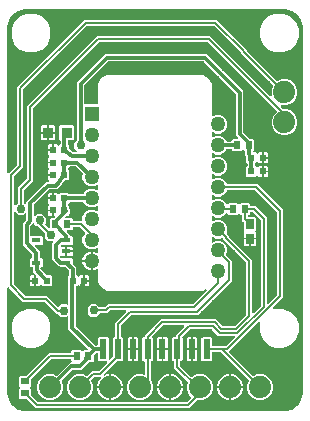
<source format=gbr>
G04 EAGLE Gerber RS-274X export*
G75*
%MOMM*%
%FSLAX34Y34*%
%LPD*%
%INTop Copper*%
%IPPOS*%
%AMOC8*
5,1,8,0,0,1.08239X$1,22.5*%
G01*
G04 Define Apertures*
%ADD10R,0.920900X0.970200*%
%ADD11R,0.560000X0.629100*%
%ADD12C,1.879600*%
%ADD13R,0.600000X0.700000*%
%ADD14R,1.270000X1.270000*%
%ADD15C,1.270000*%
%ADD16R,0.800100X0.457200*%
%ADD17R,0.600000X1.700000*%
%ADD18R,1.000000X2.800000*%
%ADD19R,0.740000X0.925000*%
%ADD20R,0.700000X0.600000*%
%ADD21C,0.304800*%
%ADD22C,0.756400*%
%ADD23C,0.203200*%
%ADD24C,0.200000*%
G36*
X110149Y-194985D02*
X110000Y-195000D01*
X-110000Y-195000D01*
X-110149Y-194985D01*
X-115597Y-193902D01*
X-115872Y-193788D01*
X-120491Y-190701D01*
X-120701Y-190491D01*
X-123788Y-185872D01*
X-123902Y-185597D01*
X-124985Y-180149D01*
X-125000Y-180000D01*
X-125000Y-91027D01*
X-124953Y-90764D01*
X-124794Y-90505D01*
X-124546Y-90330D01*
X-124250Y-90265D01*
X-123952Y-90321D01*
X-123699Y-90488D01*
X-111671Y-102516D01*
X-93902Y-102516D01*
X-93616Y-102572D01*
X-93363Y-102739D01*
X-83562Y-112540D01*
X-82407Y-112540D01*
X-82121Y-112596D01*
X-81869Y-112763D01*
X-79326Y-115306D01*
X-74930Y-115306D01*
X-74647Y-115023D01*
X-74427Y-114870D01*
X-74132Y-114800D01*
X-73833Y-114851D01*
X-73578Y-115014D01*
X-73406Y-115264D01*
X-73346Y-115561D01*
X-73346Y-125681D01*
X-56852Y-142175D01*
X-56699Y-142395D01*
X-56629Y-142690D01*
X-56680Y-142989D01*
X-56843Y-143244D01*
X-57093Y-143416D01*
X-57391Y-143476D01*
X-60005Y-143476D01*
X-60835Y-144306D01*
X-61066Y-144464D01*
X-61362Y-144529D01*
X-61660Y-144473D01*
X-61913Y-144306D01*
X-62743Y-143476D01*
X-70005Y-143476D01*
X-70898Y-144369D01*
X-70898Y-145214D01*
X-70949Y-145489D01*
X-71113Y-145744D01*
X-71363Y-145916D01*
X-71660Y-145976D01*
X-89545Y-145976D01*
X-108822Y-165253D01*
X-109064Y-165416D01*
X-109361Y-165476D01*
X-114131Y-165476D01*
X-115024Y-166369D01*
X-115024Y-173631D01*
X-114194Y-174461D01*
X-114036Y-174692D01*
X-113971Y-174988D01*
X-114027Y-175286D01*
X-114194Y-175539D01*
X-115024Y-176369D01*
X-115024Y-183631D01*
X-114131Y-184524D01*
X-109103Y-184524D01*
X-108817Y-184580D01*
X-108564Y-184747D01*
X-100625Y-192687D01*
X-57215Y-192687D01*
X-57152Y-192674D01*
X28832Y-192674D01*
X35360Y-186145D01*
X35602Y-185982D01*
X35899Y-185922D01*
X40273Y-185922D01*
X44287Y-184259D01*
X47359Y-181187D01*
X49022Y-177173D01*
X49022Y-172827D01*
X47359Y-168813D01*
X44287Y-165741D01*
X40273Y-164078D01*
X35927Y-164078D01*
X31913Y-165741D01*
X31701Y-165953D01*
X31470Y-166111D01*
X31174Y-166177D01*
X30876Y-166121D01*
X30623Y-165953D01*
X21497Y-156828D01*
X21334Y-156586D01*
X21274Y-156289D01*
X21274Y-153442D01*
X21325Y-153167D01*
X21489Y-152912D01*
X21739Y-152740D01*
X22036Y-152680D01*
X22381Y-152680D01*
X23274Y-151787D01*
X23274Y-133525D01*
X23149Y-133400D01*
X22991Y-133170D01*
X22926Y-132873D01*
X22982Y-132575D01*
X23149Y-132322D01*
X29325Y-126147D01*
X29566Y-125984D01*
X29863Y-125924D01*
X47580Y-125924D01*
X47866Y-125980D01*
X48118Y-126147D01*
X53699Y-131728D01*
X66806Y-131728D01*
X67069Y-131775D01*
X67327Y-131934D01*
X67503Y-132182D01*
X67568Y-132478D01*
X67512Y-132776D01*
X67345Y-133029D01*
X60465Y-139909D01*
X60223Y-140072D01*
X59926Y-140132D01*
X49036Y-140132D01*
X48761Y-140081D01*
X48506Y-139917D01*
X48334Y-139667D01*
X48274Y-139370D01*
X48274Y-133525D01*
X47381Y-132632D01*
X40119Y-132632D01*
X39226Y-133525D01*
X39226Y-151787D01*
X40119Y-152680D01*
X47381Y-152680D01*
X48274Y-151787D01*
X48274Y-145942D01*
X48325Y-145667D01*
X48489Y-145412D01*
X48739Y-145240D01*
X49036Y-145180D01*
X55195Y-145180D01*
X55481Y-145236D01*
X55734Y-145403D01*
X79135Y-168805D01*
X79296Y-169041D01*
X79358Y-169337D01*
X79300Y-169635D01*
X77978Y-172827D01*
X77978Y-177173D01*
X79641Y-181187D01*
X82713Y-184259D01*
X86727Y-185922D01*
X91073Y-185922D01*
X95087Y-184259D01*
X98159Y-181187D01*
X99822Y-177173D01*
X99822Y-172827D01*
X98159Y-168813D01*
X95087Y-165741D01*
X91073Y-164078D01*
X86727Y-164078D01*
X83535Y-165400D01*
X83256Y-165458D01*
X82957Y-165403D01*
X82705Y-165235D01*
X63030Y-145560D01*
X62872Y-145330D01*
X62807Y-145034D01*
X62862Y-144736D01*
X63030Y-144483D01*
X87704Y-119808D01*
X87918Y-119658D01*
X88213Y-119586D01*
X88512Y-119634D01*
X88769Y-119796D01*
X88942Y-120044D01*
X89005Y-120341D01*
X88947Y-120639D01*
X88500Y-121718D01*
X88500Y-128282D01*
X91012Y-134347D01*
X95654Y-138988D01*
X101718Y-141500D01*
X108282Y-141500D01*
X114347Y-138988D01*
X118988Y-134347D01*
X121500Y-128282D01*
X121500Y-121718D01*
X118988Y-115654D01*
X114347Y-111012D01*
X108282Y-108500D01*
X101718Y-108500D01*
X100639Y-108947D01*
X100383Y-109004D01*
X100084Y-108958D01*
X99826Y-108799D01*
X99650Y-108551D01*
X99585Y-108255D01*
X99641Y-107957D01*
X99808Y-107704D01*
X108592Y-98920D01*
X108592Y-24848D01*
X86868Y-3124D01*
X61326Y-3124D01*
X61046Y-3071D01*
X60792Y-2905D01*
X60622Y-2654D01*
X60015Y-1188D01*
X57800Y1027D01*
X54906Y2226D01*
X51774Y2226D01*
X48980Y1069D01*
X48712Y1011D01*
X48413Y1062D01*
X48158Y1225D01*
X47986Y1475D01*
X47926Y1773D01*
X47926Y4731D01*
X47975Y5000D01*
X48136Y5257D01*
X48385Y5431D01*
X48682Y5493D01*
X48980Y5435D01*
X51774Y4278D01*
X54906Y4278D01*
X57800Y5477D01*
X60015Y7692D01*
X61214Y10586D01*
X61214Y13718D01*
X60015Y16612D01*
X57800Y18827D01*
X54906Y20026D01*
X51774Y20026D01*
X48980Y18869D01*
X48712Y18811D01*
X48413Y18862D01*
X48158Y19025D01*
X47986Y19275D01*
X47926Y19573D01*
X47926Y22531D01*
X47975Y22800D01*
X48136Y23057D01*
X48385Y23231D01*
X48682Y23293D01*
X48980Y23235D01*
X51774Y22078D01*
X54906Y22078D01*
X57800Y23277D01*
X60015Y25492D01*
X60405Y26434D01*
X60562Y26672D01*
X60812Y26844D01*
X61109Y26904D01*
X64184Y26904D01*
X64459Y26853D01*
X64714Y26689D01*
X64886Y26439D01*
X64927Y26233D01*
X65839Y25322D01*
X73101Y25322D01*
X73931Y26152D01*
X74162Y26310D01*
X74458Y26375D01*
X74756Y26319D01*
X75009Y26152D01*
X75880Y25281D01*
X75935Y25271D01*
X76190Y25107D01*
X76362Y24857D01*
X76422Y24560D01*
X76422Y23320D01*
X76400Y23137D01*
X76208Y22363D01*
X76313Y22189D01*
X76422Y21796D01*
X76422Y21593D01*
X76986Y21029D01*
X77100Y20883D01*
X77167Y20773D01*
X77276Y20379D01*
X77276Y15545D01*
X78353Y14468D01*
X78516Y14227D01*
X78576Y13930D01*
X78576Y13148D01*
X78520Y12862D01*
X78353Y12610D01*
X77300Y11557D01*
X77300Y4003D01*
X78193Y3111D01*
X85055Y3111D01*
X85948Y4003D01*
X86179Y4161D01*
X86475Y4227D01*
X86773Y4171D01*
X87026Y4003D01*
X87895Y3135D01*
X90554Y3135D01*
X90554Y12426D01*
X87895Y12426D01*
X87026Y11557D01*
X86795Y11399D01*
X86499Y11334D01*
X86201Y11389D01*
X85948Y11557D01*
X84895Y12610D01*
X84732Y12851D01*
X84672Y13148D01*
X84672Y13978D01*
X84728Y14264D01*
X84895Y14516D01*
X85924Y15545D01*
X86155Y15703D01*
X86451Y15769D01*
X86749Y15713D01*
X87002Y15545D01*
X87871Y14677D01*
X90530Y14677D01*
X90530Y23968D01*
X87871Y23968D01*
X87002Y23099D01*
X86771Y22941D01*
X86475Y22876D01*
X86177Y22931D01*
X85924Y23099D01*
X85031Y23992D01*
X83610Y23992D01*
X83347Y24038D01*
X83089Y24198D01*
X82914Y24445D01*
X82849Y24741D01*
X82904Y25039D01*
X83072Y25292D01*
X83994Y26215D01*
X83994Y34477D01*
X83101Y35370D01*
X80625Y35370D01*
X80339Y35426D01*
X80086Y35593D01*
X75027Y40652D01*
X74864Y40894D01*
X74804Y41191D01*
X74804Y75874D01*
X43630Y107048D01*
X-42263Y107048D01*
X-66040Y83271D01*
X-66040Y34779D01*
X-66096Y34493D01*
X-66263Y34241D01*
X-68351Y32153D01*
X-68351Y27757D01*
X-65985Y25391D01*
X-65832Y25171D01*
X-65762Y24876D01*
X-65813Y24577D01*
X-65977Y24322D01*
X-66227Y24150D01*
X-66524Y24090D01*
X-68850Y24090D01*
X-69034Y24113D01*
X-69308Y24243D01*
X-72156Y26384D01*
X-72400Y26696D01*
X-72460Y26993D01*
X-72460Y29827D01*
X-73513Y30880D01*
X-73676Y31121D01*
X-73736Y31418D01*
X-73736Y33423D01*
X-73685Y33698D01*
X-73521Y33953D01*
X-73271Y34125D01*
X-72974Y34185D01*
X-69648Y34185D01*
X-68756Y35078D01*
X-68756Y46042D01*
X-69648Y46935D01*
X-80120Y46935D01*
X-81013Y46042D01*
X-81013Y35078D01*
X-80055Y34120D01*
X-79892Y33879D01*
X-79832Y33582D01*
X-79832Y31418D01*
X-79888Y31132D01*
X-80055Y30880D01*
X-81108Y29827D01*
X-81339Y29669D01*
X-81635Y29604D01*
X-81933Y29659D01*
X-82186Y29827D01*
X-83055Y30696D01*
X-85714Y30696D01*
X-85714Y25288D01*
X-90776Y25288D01*
X-90776Y22283D01*
X-89732Y21239D01*
X-89574Y21008D01*
X-89509Y20712D01*
X-89564Y20414D01*
X-89732Y20161D01*
X-90776Y19117D01*
X-90776Y16112D01*
X-85714Y16112D01*
X-85714Y14588D01*
X-90776Y14588D01*
X-90776Y11583D01*
X-89867Y10674D01*
X-89709Y10443D01*
X-89644Y10147D01*
X-89699Y9849D01*
X-89867Y9596D01*
X-90776Y8687D01*
X-90776Y5682D01*
X-85714Y5682D01*
X-85714Y4158D01*
X-90776Y4158D01*
X-90776Y1153D01*
X-89740Y117D01*
X-89587Y-103D01*
X-89517Y-398D01*
X-89568Y-697D01*
X-89731Y-952D01*
X-89981Y-1124D01*
X-90278Y-1184D01*
X-92155Y-1184D01*
X-108878Y-17907D01*
X-108878Y-19097D01*
X-108925Y-19360D01*
X-109084Y-19618D01*
X-109332Y-19794D01*
X-109628Y-19859D01*
X-109926Y-19803D01*
X-110179Y-19636D01*
X-110540Y-19275D01*
X-110703Y-19033D01*
X-110763Y-18736D01*
X-110763Y-8330D01*
X-110707Y-8044D01*
X-110540Y-7791D01*
X-103630Y-881D01*
X-103630Y60632D01*
X-103574Y60918D01*
X-103407Y61171D01*
X-47511Y117067D01*
X-47269Y117230D01*
X-46972Y117290D01*
X44488Y117290D01*
X44774Y117234D01*
X45026Y117067D01*
X102902Y59192D01*
X103060Y58961D01*
X103125Y58665D01*
X103069Y58367D01*
X102902Y58114D01*
X100343Y55555D01*
X98680Y51541D01*
X98680Y47195D01*
X100343Y43181D01*
X103415Y40109D01*
X107429Y38446D01*
X111775Y38446D01*
X115789Y40109D01*
X118861Y43181D01*
X120524Y47195D01*
X120524Y51541D01*
X118861Y55555D01*
X115789Y58627D01*
X111775Y60290D01*
X109303Y60290D01*
X109017Y60346D01*
X108764Y60513D01*
X106727Y62550D01*
X106577Y62764D01*
X106505Y63058D01*
X106553Y63358D01*
X106715Y63614D01*
X106963Y63788D01*
X107260Y63851D01*
X107285Y63846D01*
X111775Y63846D01*
X115789Y65509D01*
X118861Y68581D01*
X120524Y72595D01*
X120524Y76941D01*
X118861Y80955D01*
X115789Y84027D01*
X111775Y85690D01*
X107429Y85690D01*
X104253Y84374D01*
X103974Y84316D01*
X103675Y84372D01*
X103423Y84539D01*
X78265Y109697D01*
X78103Y109938D01*
X78042Y110235D01*
X78042Y110553D01*
X52226Y136370D01*
X-59881Y136370D01*
X-116928Y79323D01*
X-116928Y13639D01*
X-116984Y13353D01*
X-117151Y13100D01*
X-123699Y6552D01*
X-123919Y6399D01*
X-124214Y6329D01*
X-124513Y6380D01*
X-124768Y6544D01*
X-124940Y6794D01*
X-125000Y7091D01*
X-125000Y130000D01*
X-124985Y130149D01*
X-123902Y135597D01*
X-123788Y135872D01*
X-120701Y140491D01*
X-120491Y140701D01*
X-115872Y143788D01*
X-115597Y143902D01*
X-110149Y144985D01*
X-110000Y145000D01*
X110000Y145000D01*
X110149Y144985D01*
X115597Y143902D01*
X115872Y143788D01*
X120491Y140701D01*
X120701Y140491D01*
X123788Y135872D01*
X123902Y135597D01*
X124985Y130149D01*
X125000Y130000D01*
X125000Y-180000D01*
X124985Y-180149D01*
X123902Y-185597D01*
X123788Y-185872D01*
X120701Y-190491D01*
X120491Y-190701D01*
X115872Y-193788D01*
X115597Y-193902D01*
X110149Y-194985D01*
G37*
%LPC*%
G36*
X-108282Y108500D02*
X-101718Y108500D01*
X-95654Y111012D01*
X-91012Y115654D01*
X-88500Y121718D01*
X-88500Y128282D01*
X-91012Y134347D01*
X-95654Y138988D01*
X-101718Y141500D01*
X-108282Y141500D01*
X-114347Y138988D01*
X-118988Y134347D01*
X-121500Y128282D01*
X-121500Y121718D01*
X-118988Y115654D01*
X-114347Y111012D01*
X-108282Y108500D01*
G37*
G36*
X101718Y108500D02*
X108282Y108500D01*
X114347Y111012D01*
X118988Y115654D01*
X121500Y121718D01*
X121500Y128282D01*
X118988Y134347D01*
X114347Y138988D01*
X108282Y141500D01*
X101718Y141500D01*
X95654Y138988D01*
X91012Y134347D01*
X88500Y128282D01*
X88500Y121718D01*
X91012Y115654D01*
X95654Y111012D01*
X101718Y108500D01*
G37*
G36*
X-89614Y41322D02*
X-84272Y41322D01*
X-84272Y46032D01*
X-85150Y46911D01*
X-89614Y46911D01*
X-89614Y41322D01*
G37*
G36*
X-96481Y41322D02*
X-91138Y41322D01*
X-91138Y46911D01*
X-95602Y46911D01*
X-96481Y46032D01*
X-96481Y41322D01*
G37*
G36*
X-95602Y34209D02*
X-91138Y34209D01*
X-91138Y39798D01*
X-96481Y39798D01*
X-96481Y35088D01*
X-95602Y34209D01*
G37*
G36*
X-89614Y34209D02*
X-85150Y34209D01*
X-84272Y35088D01*
X-84272Y39798D01*
X-89614Y39798D01*
X-89614Y34209D01*
G37*
G36*
X-90776Y26812D02*
X-87238Y26812D01*
X-87238Y30696D01*
X-89897Y30696D01*
X-90776Y29817D01*
X-90776Y26812D01*
G37*
G36*
X92054Y20084D02*
X95592Y20084D01*
X95592Y23089D01*
X94713Y23968D01*
X92054Y23968D01*
X92054Y20084D01*
G37*
G36*
X92054Y14677D02*
X94713Y14677D01*
X95592Y15555D01*
X95592Y18560D01*
X92054Y18560D01*
X92054Y14677D01*
G37*
G36*
X92078Y8542D02*
X95616Y8542D01*
X95616Y11547D01*
X94737Y12426D01*
X92078Y12426D01*
X92078Y8542D01*
G37*
G36*
X92078Y3135D02*
X94737Y3135D01*
X95616Y4013D01*
X95616Y7018D01*
X92078Y7018D01*
X92078Y3135D01*
G37*
G36*
X-108282Y-141500D02*
X-101718Y-141500D01*
X-95654Y-138988D01*
X-91012Y-134347D01*
X-88500Y-128282D01*
X-88500Y-121718D01*
X-91012Y-115654D01*
X-95654Y-111012D01*
X-101718Y-108500D01*
X-108282Y-108500D01*
X-114347Y-111012D01*
X-118988Y-115654D01*
X-121500Y-121718D01*
X-121500Y-128282D01*
X-118988Y-134347D01*
X-114347Y-138988D01*
X-108282Y-141500D01*
G37*
G36*
X26750Y-141894D02*
X30488Y-141894D01*
X30488Y-132656D01*
X27629Y-132656D01*
X26750Y-133535D01*
X26750Y-141894D01*
G37*
G36*
X32012Y-141894D02*
X35750Y-141894D01*
X35750Y-133535D01*
X34871Y-132656D01*
X32012Y-132656D01*
X32012Y-141894D01*
G37*
G36*
X27629Y-152656D02*
X30488Y-152656D01*
X30488Y-143418D01*
X26750Y-143418D01*
X26750Y-151777D01*
X27629Y-152656D01*
G37*
G36*
X32012Y-152656D02*
X34871Y-152656D01*
X35750Y-151777D01*
X35750Y-143418D01*
X32012Y-143418D01*
X32012Y-152656D01*
G37*
G36*
X52602Y-174238D02*
X62738Y-174238D01*
X62738Y-164102D01*
X61332Y-164102D01*
X57327Y-165761D01*
X54261Y-168827D01*
X52602Y-172832D01*
X52602Y-174238D01*
G37*
G36*
X64262Y-174238D02*
X74398Y-174238D01*
X74398Y-172832D01*
X72739Y-168827D01*
X69673Y-165761D01*
X65668Y-164102D01*
X64262Y-164102D01*
X64262Y-174238D01*
G37*
G36*
X64262Y-185898D02*
X65668Y-185898D01*
X69673Y-184239D01*
X72739Y-181173D01*
X74398Y-177168D01*
X74398Y-175762D01*
X64262Y-175762D01*
X64262Y-185898D01*
G37*
G36*
X61332Y-185898D02*
X62738Y-185898D01*
X62738Y-175762D01*
X52602Y-175762D01*
X52602Y-177168D01*
X54261Y-181173D01*
X57327Y-184239D01*
X61332Y-185898D01*
G37*
%LPD*%
G36*
X-118209Y-20774D02*
X-118504Y-20844D01*
X-118803Y-20793D01*
X-119058Y-20630D01*
X-119230Y-20380D01*
X-119290Y-20082D01*
X-119290Y3461D01*
X-119234Y3747D01*
X-119067Y4000D01*
X-111848Y11219D01*
X-111848Y76903D01*
X-111792Y77189D01*
X-111625Y77442D01*
X-58000Y131067D01*
X-57759Y131230D01*
X-57461Y131290D01*
X49806Y131290D01*
X50092Y131234D01*
X50345Y131067D01*
X72739Y108672D01*
X72902Y108431D01*
X72962Y108134D01*
X72962Y107816D01*
X99831Y80947D01*
X99991Y80711D01*
X100054Y80415D01*
X99996Y80117D01*
X98680Y76941D01*
X98680Y72486D01*
X98684Y72469D01*
X98638Y72169D01*
X98479Y71911D01*
X98231Y71735D01*
X97935Y71670D01*
X97637Y71726D01*
X97384Y71893D01*
X46907Y122370D01*
X-49392Y122370D01*
X-108710Y63052D01*
X-108710Y1539D01*
X-108766Y1253D01*
X-108933Y1000D01*
X-115843Y-5910D01*
X-115843Y-18160D01*
X-115899Y-18445D01*
X-116066Y-18698D01*
X-117989Y-20621D01*
X-118209Y-20774D01*
G37*
G36*
X64481Y33060D02*
X64184Y33000D01*
X61109Y33000D01*
X60829Y33053D01*
X60575Y33219D01*
X60405Y33470D01*
X60015Y34412D01*
X57800Y36627D01*
X54906Y37826D01*
X51774Y37826D01*
X48980Y36669D01*
X48712Y36611D01*
X48413Y36662D01*
X48158Y36825D01*
X47986Y37075D01*
X47926Y37373D01*
X47926Y40331D01*
X47975Y40600D01*
X48136Y40857D01*
X48385Y41031D01*
X48682Y41093D01*
X48980Y41035D01*
X51774Y39878D01*
X54906Y39878D01*
X57800Y41077D01*
X60015Y43292D01*
X61214Y46186D01*
X61214Y49318D01*
X60015Y52212D01*
X57800Y54427D01*
X54906Y55626D01*
X51774Y55626D01*
X48980Y54469D01*
X48712Y54411D01*
X48413Y54462D01*
X48158Y54625D01*
X47986Y54875D01*
X47926Y55173D01*
X47926Y82203D01*
X45225Y86881D01*
X40547Y89582D01*
X-40801Y89582D01*
X-45479Y86881D01*
X-48180Y82203D01*
X-48180Y65278D01*
X-48231Y65003D01*
X-48395Y64748D01*
X-48645Y64576D01*
X-48942Y64516D01*
X-59182Y64516D01*
X-59457Y64567D01*
X-59712Y64731D01*
X-59884Y64981D01*
X-59944Y65278D01*
X-59944Y80430D01*
X-59888Y80716D01*
X-59721Y80969D01*
X-39961Y100729D01*
X-39719Y100892D01*
X-39422Y100952D01*
X40789Y100952D01*
X41075Y100896D01*
X41328Y100729D01*
X68485Y73572D01*
X68648Y73330D01*
X68708Y73033D01*
X68708Y38350D01*
X70387Y36671D01*
X70540Y36451D01*
X70610Y36156D01*
X70559Y35857D01*
X70396Y35602D01*
X70146Y35430D01*
X69849Y35370D01*
X65839Y35370D01*
X64946Y34477D01*
X64946Y33762D01*
X64895Y33487D01*
X64731Y33232D01*
X64481Y33060D01*
G37*
G36*
X-89264Y-40455D02*
X-89560Y-40520D01*
X-89858Y-40465D01*
X-90111Y-40297D01*
X-92913Y-37495D01*
X-93071Y-37264D01*
X-93136Y-36968D01*
X-93081Y-36670D01*
X-92913Y-36417D01*
X-92225Y-35729D01*
X-92225Y-31333D01*
X-95333Y-28225D01*
X-99729Y-28225D01*
X-101481Y-29977D01*
X-101701Y-30130D01*
X-101996Y-30200D01*
X-102295Y-30149D01*
X-102550Y-29986D01*
X-102722Y-29736D01*
X-102782Y-29439D01*
X-102782Y-20748D01*
X-102726Y-20462D01*
X-102559Y-20209D01*
X-89853Y-7503D01*
X-89612Y-7340D01*
X-89314Y-7280D01*
X-85412Y-7280D01*
X-85207Y-7308D01*
X-85017Y-7405D01*
X-83950Y-7285D01*
X-83865Y-7280D01*
X-82801Y-7280D01*
X-82701Y-7205D01*
X-82498Y-7139D01*
X-81829Y-6300D01*
X-81772Y-6236D01*
X-81020Y-5483D01*
X-81003Y-5360D01*
X-80865Y-5090D01*
X-76837Y-37D01*
X-76538Y190D01*
X-76241Y251D01*
X-73353Y251D01*
X-72460Y1143D01*
X-72460Y8697D01*
X-73359Y9596D01*
X-73517Y9827D01*
X-73583Y10123D01*
X-73527Y10421D01*
X-73359Y10674D01*
X-72452Y11581D01*
X-72409Y11815D01*
X-72245Y12070D01*
X-71995Y12242D01*
X-71698Y12302D01*
X-67280Y12302D01*
X-66994Y12246D01*
X-66741Y12079D01*
X-61243Y6581D01*
X-61083Y6345D01*
X-61020Y6048D01*
X-61078Y5750D01*
X-61468Y4808D01*
X-61468Y1676D01*
X-60269Y-1218D01*
X-58054Y-3433D01*
X-55160Y-4632D01*
X-52028Y-4632D01*
X-49234Y-3475D01*
X-48966Y-3417D01*
X-48667Y-3468D01*
X-48412Y-3631D01*
X-48240Y-3881D01*
X-48180Y-4179D01*
X-48180Y-7137D01*
X-48229Y-7406D01*
X-48390Y-7663D01*
X-48639Y-7837D01*
X-48936Y-7899D01*
X-49234Y-7841D01*
X-52028Y-6684D01*
X-55160Y-6684D01*
X-58054Y-7883D01*
X-60269Y-10098D01*
X-60751Y-11262D01*
X-60908Y-11500D01*
X-61158Y-11672D01*
X-61455Y-11732D01*
X-71698Y-11732D01*
X-71973Y-11681D01*
X-72228Y-11517D01*
X-72400Y-11267D01*
X-72452Y-11012D01*
X-73353Y-10111D01*
X-80215Y-10111D01*
X-81108Y-11003D01*
X-81339Y-11161D01*
X-81635Y-11227D01*
X-81933Y-11171D01*
X-82186Y-11003D01*
X-83055Y-10135D01*
X-85714Y-10135D01*
X-85714Y-15542D01*
X-90776Y-15542D01*
X-90776Y-18547D01*
X-89867Y-19456D01*
X-89709Y-19687D01*
X-89644Y-19983D01*
X-89699Y-20281D01*
X-89867Y-20534D01*
X-90776Y-21443D01*
X-90776Y-24448D01*
X-85714Y-24448D01*
X-85714Y-29856D01*
X-85264Y-29856D01*
X-85000Y-29902D01*
X-84742Y-30062D01*
X-84567Y-30309D01*
X-84502Y-30605D01*
X-84557Y-30903D01*
X-84725Y-31156D01*
X-85349Y-31781D01*
X-85591Y-31944D01*
X-85888Y-32004D01*
X-87917Y-32004D01*
X-88810Y-32897D01*
X-88810Y-39758D01*
X-88857Y-40022D01*
X-89016Y-40280D01*
X-89264Y-40455D01*
G37*
%LPC*%
G36*
X-90776Y-14018D02*
X-87238Y-14018D01*
X-87238Y-10135D01*
X-89897Y-10135D01*
X-90776Y-11013D01*
X-90776Y-14018D01*
G37*
G36*
X-89897Y-29856D02*
X-87238Y-29856D01*
X-87238Y-25972D01*
X-90776Y-25972D01*
X-90776Y-28977D01*
X-89897Y-29856D01*
G37*
%LPD*%
G36*
X95814Y-104493D02*
X95519Y-104563D01*
X95220Y-104512D01*
X94965Y-104349D01*
X94793Y-104098D01*
X94733Y-103801D01*
X94733Y-31163D01*
X85223Y-21653D01*
X81307Y-21653D01*
X81033Y-21602D01*
X80777Y-21439D01*
X80606Y-21188D01*
X80545Y-20891D01*
X80545Y-20046D01*
X79653Y-19153D01*
X72390Y-19153D01*
X71560Y-19983D01*
X71330Y-20141D01*
X71033Y-20206D01*
X70735Y-20151D01*
X70483Y-19983D01*
X69653Y-19153D01*
X62390Y-19153D01*
X61566Y-19978D01*
X61341Y-20133D01*
X61045Y-20201D01*
X60747Y-20147D01*
X60492Y-19982D01*
X60323Y-19730D01*
X60015Y-18988D01*
X57800Y-16773D01*
X54906Y-15574D01*
X51774Y-15574D01*
X48980Y-16731D01*
X48712Y-16789D01*
X48413Y-16738D01*
X48158Y-16575D01*
X47986Y-16325D01*
X47926Y-16027D01*
X47926Y-13069D01*
X47975Y-12800D01*
X48136Y-12543D01*
X48385Y-12369D01*
X48682Y-12307D01*
X48980Y-12365D01*
X51774Y-13522D01*
X54906Y-13522D01*
X57800Y-12323D01*
X60015Y-10108D01*
X60622Y-8642D01*
X60779Y-8404D01*
X61029Y-8232D01*
X61326Y-8172D01*
X84462Y-8172D01*
X84748Y-8228D01*
X85001Y-8395D01*
X103321Y-26715D01*
X103484Y-26957D01*
X103544Y-27254D01*
X103544Y-96514D01*
X103488Y-96800D01*
X103321Y-97053D01*
X96034Y-104340D01*
X95814Y-104493D01*
G37*
G36*
X-61933Y-34428D02*
X-62230Y-34488D01*
X-69000Y-34488D01*
X-69275Y-34437D01*
X-69530Y-34273D01*
X-69702Y-34023D01*
X-69762Y-33726D01*
X-69762Y-32897D01*
X-70655Y-32004D01*
X-75112Y-32004D01*
X-75375Y-31957D01*
X-75633Y-31798D01*
X-75809Y-31550D01*
X-75874Y-31254D01*
X-75818Y-30956D01*
X-75651Y-30703D01*
X-75050Y-30103D01*
X-74809Y-29940D01*
X-74511Y-29880D01*
X-73353Y-29880D01*
X-72460Y-28987D01*
X-72460Y-27828D01*
X-72404Y-27542D01*
X-72237Y-27289D01*
X-72082Y-27135D01*
X-72082Y-26606D01*
X-72027Y-26323D01*
X-71831Y-25832D01*
X-72020Y-25390D01*
X-72082Y-25090D01*
X-72082Y-24609D01*
X-72237Y-24455D01*
X-72400Y-24213D01*
X-72460Y-23916D01*
X-72460Y-21433D01*
X-73359Y-20534D01*
X-73517Y-20303D01*
X-73583Y-20007D01*
X-73527Y-19709D01*
X-73359Y-19456D01*
X-72452Y-18549D01*
X-72409Y-18315D01*
X-72245Y-18060D01*
X-71995Y-17888D01*
X-71698Y-17828D01*
X-61271Y-17828D01*
X-60991Y-17881D01*
X-60737Y-18047D01*
X-60567Y-18298D01*
X-60269Y-19018D01*
X-58054Y-21233D01*
X-55160Y-22432D01*
X-52028Y-22432D01*
X-49234Y-21275D01*
X-48966Y-21217D01*
X-48667Y-21268D01*
X-48412Y-21431D01*
X-48240Y-21681D01*
X-48180Y-21979D01*
X-48180Y-24937D01*
X-48229Y-25206D01*
X-48390Y-25463D01*
X-48639Y-25637D01*
X-48936Y-25699D01*
X-49234Y-25641D01*
X-52028Y-24484D01*
X-55160Y-24484D01*
X-58054Y-25683D01*
X-60269Y-27898D01*
X-61468Y-30792D01*
X-61468Y-33726D01*
X-61519Y-34001D01*
X-61683Y-34256D01*
X-61933Y-34428D01*
G37*
G36*
X-81467Y-106762D02*
X-81763Y-106827D01*
X-82061Y-106772D01*
X-82314Y-106604D01*
X-91482Y-97436D01*
X-109251Y-97436D01*
X-109537Y-97380D01*
X-109790Y-97213D01*
X-119067Y-87936D01*
X-119230Y-87695D01*
X-119290Y-87397D01*
X-119290Y-27372D01*
X-119243Y-27108D01*
X-119084Y-26850D01*
X-118836Y-26675D01*
X-118540Y-26610D01*
X-118242Y-26665D01*
X-117989Y-26833D01*
X-115789Y-29033D01*
X-111393Y-29033D01*
X-110179Y-27819D01*
X-109959Y-27666D01*
X-109664Y-27596D01*
X-109365Y-27647D01*
X-109110Y-27810D01*
X-108938Y-28060D01*
X-108878Y-28357D01*
X-108878Y-32911D01*
X-108934Y-33197D01*
X-109101Y-33450D01*
X-111792Y-36141D01*
X-111792Y-54157D01*
X-103967Y-61982D01*
X-103804Y-62223D01*
X-103744Y-62521D01*
X-103744Y-64774D01*
X-103795Y-65048D01*
X-103958Y-65304D01*
X-104208Y-65475D01*
X-104506Y-65536D01*
X-105327Y-65536D01*
X-106220Y-66428D01*
X-106220Y-72263D01*
X-105327Y-73156D01*
X-103837Y-73156D01*
X-103562Y-73207D01*
X-103307Y-73370D01*
X-103136Y-73620D01*
X-103075Y-73918D01*
X-103075Y-77257D01*
X-101461Y-78872D01*
X-101308Y-79091D01*
X-101238Y-79386D01*
X-101289Y-79685D01*
X-101357Y-79792D01*
X-100698Y-79792D01*
X-100698Y-89464D01*
X-98039Y-89464D01*
X-97170Y-88595D01*
X-96939Y-88437D01*
X-96643Y-88372D01*
X-96345Y-88427D01*
X-96092Y-88595D01*
X-95199Y-89488D01*
X-88337Y-89488D01*
X-87444Y-88595D01*
X-87444Y-81041D01*
X-88337Y-80149D01*
X-91802Y-80149D01*
X-92077Y-80097D01*
X-92332Y-79934D01*
X-92504Y-79684D01*
X-92564Y-79387D01*
X-92564Y-79147D01*
X-96756Y-74956D01*
X-96919Y-74714D01*
X-96979Y-74417D01*
X-96979Y-73918D01*
X-96928Y-73643D01*
X-96765Y-73387D01*
X-96514Y-73216D01*
X-96217Y-73156D01*
X-96064Y-73156D01*
X-95171Y-72263D01*
X-95171Y-66428D01*
X-96064Y-65536D01*
X-96886Y-65536D01*
X-97160Y-65484D01*
X-97416Y-65321D01*
X-97587Y-65071D01*
X-97648Y-64774D01*
X-97648Y-59680D01*
X-101871Y-55456D01*
X-102024Y-55237D01*
X-102094Y-54942D01*
X-102043Y-54643D01*
X-101880Y-54387D01*
X-101630Y-54216D01*
X-101332Y-54156D01*
X-96064Y-54156D01*
X-95171Y-53263D01*
X-95171Y-47428D01*
X-96064Y-46536D01*
X-104934Y-46536D01*
X-105209Y-46484D01*
X-105464Y-46321D01*
X-105636Y-46071D01*
X-105696Y-45774D01*
X-105696Y-38981D01*
X-105640Y-38695D01*
X-105473Y-38442D01*
X-103337Y-36306D01*
X-103106Y-36148D01*
X-102810Y-36083D01*
X-102512Y-36139D01*
X-102259Y-36306D01*
X-99729Y-38837D01*
X-99071Y-38837D01*
X-98785Y-38892D01*
X-98532Y-39060D01*
X-93529Y-44063D01*
X-93366Y-44305D01*
X-93306Y-44602D01*
X-93306Y-48198D01*
X-90198Y-51306D01*
X-86856Y-51306D01*
X-86593Y-51353D01*
X-86335Y-51512D01*
X-86159Y-51760D01*
X-86094Y-52056D01*
X-86150Y-52354D01*
X-86317Y-52607D01*
X-86868Y-53157D01*
X-86868Y-67113D01*
X-81587Y-72394D01*
X-80879Y-72394D01*
X-80593Y-72449D01*
X-80340Y-72617D01*
X-79801Y-73156D01*
X-75986Y-73156D01*
X-75700Y-73211D01*
X-75447Y-73379D01*
X-72887Y-75938D01*
X-72724Y-76180D01*
X-72664Y-76477D01*
X-72664Y-79550D01*
X-72720Y-79836D01*
X-72887Y-80088D01*
X-73940Y-81141D01*
X-73940Y-88695D01*
X-73569Y-89066D01*
X-73406Y-89307D01*
X-73346Y-89604D01*
X-73346Y-104439D01*
X-73393Y-104702D01*
X-73552Y-104960D01*
X-73800Y-105135D01*
X-74096Y-105200D01*
X-74394Y-105145D01*
X-74647Y-104977D01*
X-74930Y-104694D01*
X-79326Y-104694D01*
X-81236Y-106604D01*
X-81467Y-106762D01*
G37*
%LPC*%
G36*
X-105760Y-84056D02*
X-102222Y-84056D01*
X-102222Y-80173D01*
X-104881Y-80173D01*
X-105760Y-81051D01*
X-105760Y-84056D01*
G37*
G36*
X-104881Y-89464D02*
X-102222Y-89464D01*
X-102222Y-85580D01*
X-105760Y-85580D01*
X-105760Y-88585D01*
X-104881Y-89464D01*
G37*
%LPD*%
G36*
X83202Y-112121D02*
X82907Y-112191D01*
X82608Y-112140D01*
X82353Y-111977D01*
X82181Y-111727D01*
X82121Y-111429D01*
X82121Y-66926D01*
X62673Y-47478D01*
X62510Y-47237D01*
X62450Y-46939D01*
X62450Y-46789D01*
X60772Y-45111D01*
X60612Y-44875D01*
X60549Y-44578D01*
X60607Y-44280D01*
X61214Y-42814D01*
X61214Y-39682D01*
X60015Y-36788D01*
X57800Y-34573D01*
X54906Y-33374D01*
X51774Y-33374D01*
X48980Y-34531D01*
X48712Y-34589D01*
X48413Y-34538D01*
X48158Y-34375D01*
X47986Y-34125D01*
X47926Y-33827D01*
X47926Y-30869D01*
X47975Y-30600D01*
X48136Y-30343D01*
X48385Y-30169D01*
X48682Y-30107D01*
X48980Y-30165D01*
X51774Y-31322D01*
X54906Y-31322D01*
X57800Y-30123D01*
X60015Y-27908D01*
X60031Y-27870D01*
X60171Y-27649D01*
X60416Y-27469D01*
X60711Y-27399D01*
X61010Y-27450D01*
X61265Y-27614D01*
X61437Y-27864D01*
X61497Y-28161D01*
X61497Y-28308D01*
X62390Y-29201D01*
X69653Y-29201D01*
X70483Y-28371D01*
X70713Y-28213D01*
X71009Y-28148D01*
X71307Y-28204D01*
X71560Y-28371D01*
X72390Y-29201D01*
X72735Y-29201D01*
X73010Y-29252D01*
X73265Y-29416D01*
X73437Y-29666D01*
X73497Y-29963D01*
X73497Y-33821D01*
X74798Y-35122D01*
X74961Y-35364D01*
X75021Y-35661D01*
X75021Y-42256D01*
X75243Y-42478D01*
X75401Y-42709D01*
X75466Y-43005D01*
X75411Y-43303D01*
X75243Y-43556D01*
X75045Y-43754D01*
X75045Y-48238D01*
X85445Y-48238D01*
X85445Y-43754D01*
X85247Y-43556D01*
X85089Y-43325D01*
X85024Y-43029D01*
X85080Y-42731D01*
X85247Y-42478D01*
X85469Y-42256D01*
X85469Y-31744D01*
X84577Y-30851D01*
X79307Y-30851D01*
X79033Y-30800D01*
X78777Y-30636D01*
X78606Y-30386D01*
X78545Y-30089D01*
X78545Y-29963D01*
X78597Y-29689D01*
X78760Y-29433D01*
X79010Y-29262D01*
X79307Y-29201D01*
X79653Y-29201D01*
X80545Y-28308D01*
X80545Y-27463D01*
X80597Y-27189D01*
X80760Y-26933D01*
X81010Y-26762D01*
X81307Y-26701D01*
X82816Y-26701D01*
X83102Y-26757D01*
X83355Y-26924D01*
X89462Y-33031D01*
X89624Y-33273D01*
X89685Y-33570D01*
X89685Y-105389D01*
X89629Y-105675D01*
X89462Y-105928D01*
X83422Y-111968D01*
X83202Y-112121D01*
G37*
%LPC*%
G36*
X75924Y-55125D02*
X79483Y-55125D01*
X79483Y-49762D01*
X75045Y-49762D01*
X75045Y-54246D01*
X75924Y-55125D01*
G37*
G36*
X81007Y-55125D02*
X84567Y-55125D01*
X85445Y-54246D01*
X85445Y-49762D01*
X81007Y-49762D01*
X81007Y-55125D01*
G37*
%LPD*%
G36*
X-38145Y-151509D02*
X-38440Y-151579D01*
X-38739Y-151528D01*
X-38994Y-151364D01*
X-39166Y-151114D01*
X-39226Y-150817D01*
X-39226Y-133525D01*
X-40119Y-132632D01*
X-47381Y-132632D01*
X-48274Y-133525D01*
X-48274Y-138846D01*
X-48325Y-139121D01*
X-48489Y-139376D01*
X-48739Y-139548D01*
X-49036Y-139608D01*
X-50482Y-139608D01*
X-50768Y-139552D01*
X-51021Y-139385D01*
X-67027Y-123379D01*
X-67190Y-123138D01*
X-67250Y-122840D01*
X-67250Y-90350D01*
X-67199Y-90075D01*
X-67035Y-89819D01*
X-66785Y-89648D01*
X-66488Y-89588D01*
X-66185Y-89588D01*
X-65292Y-88695D01*
X-65061Y-88537D01*
X-64765Y-88472D01*
X-64467Y-88527D01*
X-64214Y-88695D01*
X-63345Y-89564D01*
X-60686Y-89564D01*
X-60686Y-80273D01*
X-63345Y-80273D01*
X-64214Y-81141D01*
X-64445Y-81299D01*
X-64741Y-81365D01*
X-65039Y-81309D01*
X-65292Y-81141D01*
X-66345Y-80088D01*
X-66508Y-79847D01*
X-66568Y-79550D01*
X-66568Y-73636D01*
X-69422Y-70783D01*
X-69585Y-70541D01*
X-69645Y-70244D01*
X-69645Y-66428D01*
X-70538Y-65536D01*
X-79508Y-65536D01*
X-79794Y-65480D01*
X-80047Y-65312D01*
X-80427Y-64932D01*
X-80580Y-64713D01*
X-80650Y-64418D01*
X-80599Y-64119D01*
X-80436Y-63863D01*
X-80186Y-63692D01*
X-79888Y-63632D01*
X-75932Y-63632D01*
X-75932Y-56060D01*
X-79309Y-56060D01*
X-79573Y-56013D01*
X-79831Y-55853D01*
X-80006Y-55606D01*
X-80071Y-55310D01*
X-80016Y-55012D01*
X-79848Y-54759D01*
X-79468Y-54379D01*
X-79227Y-54216D01*
X-78929Y-54156D01*
X-70538Y-54156D01*
X-69645Y-53263D01*
X-69645Y-47428D01*
X-70538Y-46536D01*
X-71360Y-46536D01*
X-71634Y-46484D01*
X-71890Y-46321D01*
X-72061Y-46071D01*
X-72122Y-45774D01*
X-72122Y-45692D01*
X-74461Y-43353D01*
X-74614Y-43133D01*
X-74684Y-42838D01*
X-74633Y-42539D01*
X-74470Y-42284D01*
X-74220Y-42112D01*
X-73922Y-42052D01*
X-70655Y-42052D01*
X-69762Y-41159D01*
X-69762Y-40330D01*
X-69711Y-40055D01*
X-69547Y-39800D01*
X-69297Y-39628D01*
X-69000Y-39568D01*
X-64092Y-39568D01*
X-63806Y-39624D01*
X-63553Y-39791D01*
X-59497Y-43847D01*
X-59339Y-44078D01*
X-59274Y-44374D01*
X-59329Y-44672D01*
X-59497Y-44925D01*
X-60269Y-45698D01*
X-61468Y-48592D01*
X-61468Y-51724D01*
X-60269Y-54618D01*
X-58054Y-56833D01*
X-55160Y-58032D01*
X-52028Y-58032D01*
X-49234Y-56875D01*
X-48966Y-56817D01*
X-48667Y-56868D01*
X-48412Y-57031D01*
X-48240Y-57281D01*
X-48180Y-57579D01*
X-48180Y-60563D01*
X-48229Y-60832D01*
X-48390Y-61089D01*
X-48639Y-61263D01*
X-48936Y-61325D01*
X-49234Y-61267D01*
X-52033Y-60108D01*
X-52832Y-60108D01*
X-52832Y-75808D01*
X-52033Y-75808D01*
X-49234Y-74649D01*
X-48966Y-74591D01*
X-48667Y-74642D01*
X-48412Y-74805D01*
X-48240Y-75055D01*
X-48180Y-75353D01*
X-48180Y-85759D01*
X-45479Y-90437D01*
X-40801Y-93138D01*
X40547Y-93138D01*
X42664Y-91916D01*
X43009Y-91815D01*
X43308Y-91861D01*
X43566Y-92020D01*
X43742Y-92267D01*
X43807Y-92564D01*
X43751Y-92862D01*
X43584Y-93114D01*
X32461Y-104237D01*
X32220Y-104400D01*
X31923Y-104460D01*
X-39627Y-104460D01*
X-42265Y-107098D01*
X-42507Y-107261D01*
X-42804Y-107321D01*
X-46665Y-107321D01*
X-46951Y-107266D01*
X-47203Y-107098D01*
X-49746Y-104555D01*
X-54142Y-104555D01*
X-57250Y-107664D01*
X-57250Y-112059D01*
X-54142Y-115167D01*
X-49746Y-115167D01*
X-47203Y-112625D01*
X-46962Y-112462D01*
X-46665Y-112401D01*
X-40384Y-112401D01*
X-37746Y-109763D01*
X-37505Y-109600D01*
X-37207Y-109540D01*
X-24949Y-109540D01*
X-24686Y-109587D01*
X-24428Y-109746D01*
X-24252Y-109994D01*
X-24187Y-110290D01*
X-24243Y-110588D01*
X-24410Y-110841D01*
X-33774Y-120205D01*
X-33774Y-131870D01*
X-33825Y-132145D01*
X-33989Y-132400D01*
X-34239Y-132572D01*
X-34536Y-132632D01*
X-34881Y-132632D01*
X-35774Y-133525D01*
X-35774Y-148889D01*
X-35830Y-149175D01*
X-35997Y-149428D01*
X-37925Y-151356D01*
X-38145Y-151509D01*
G37*
%LPC*%
G36*
X-74408Y-59084D02*
X-69669Y-59084D01*
X-69669Y-56938D01*
X-70548Y-56060D01*
X-74408Y-56060D01*
X-74408Y-59084D01*
G37*
G36*
X-61444Y-67196D02*
X-54356Y-67196D01*
X-54356Y-60108D01*
X-55155Y-60108D01*
X-58041Y-61303D01*
X-60249Y-63511D01*
X-61444Y-66397D01*
X-61444Y-67196D01*
G37*
G36*
X-74408Y-63632D02*
X-70548Y-63632D01*
X-69669Y-62753D01*
X-69669Y-60608D01*
X-74408Y-60608D01*
X-74408Y-63632D01*
G37*
G36*
X-55155Y-75808D02*
X-54356Y-75808D01*
X-54356Y-68720D01*
X-61444Y-68720D01*
X-61444Y-69519D01*
X-60249Y-72405D01*
X-58041Y-74613D01*
X-55155Y-75808D01*
G37*
G36*
X-59162Y-84156D02*
X-55624Y-84156D01*
X-55624Y-81151D01*
X-56503Y-80273D01*
X-59162Y-80273D01*
X-59162Y-84156D01*
G37*
G36*
X-59162Y-89564D02*
X-56503Y-89564D01*
X-55624Y-88685D01*
X-55624Y-85680D01*
X-59162Y-85680D01*
X-59162Y-89564D01*
G37*
%LPD*%
G36*
X-59825Y-187626D02*
X-59887Y-187639D01*
X-98218Y-187639D01*
X-98504Y-187583D01*
X-98757Y-187415D01*
X-104753Y-181420D01*
X-104916Y-181178D01*
X-104976Y-180881D01*
X-104976Y-176369D01*
X-105806Y-175539D01*
X-105964Y-175308D01*
X-106029Y-175012D01*
X-105973Y-174714D01*
X-105806Y-174461D01*
X-104976Y-173631D01*
X-104976Y-168861D01*
X-104920Y-168575D01*
X-104753Y-168322D01*
X-87678Y-151247D01*
X-87436Y-151084D01*
X-87139Y-151024D01*
X-71660Y-151024D01*
X-71385Y-151075D01*
X-71130Y-151239D01*
X-70958Y-151489D01*
X-70898Y-151786D01*
X-70898Y-152631D01*
X-70830Y-152699D01*
X-70677Y-152919D01*
X-70607Y-153214D01*
X-70658Y-153513D01*
X-70822Y-153768D01*
X-71072Y-153940D01*
X-71369Y-154000D01*
X-72211Y-154000D01*
X-83229Y-165018D01*
X-83465Y-165179D01*
X-83761Y-165241D01*
X-84059Y-165183D01*
X-86727Y-164078D01*
X-91073Y-164078D01*
X-95087Y-165741D01*
X-98159Y-168813D01*
X-99822Y-172827D01*
X-99822Y-177173D01*
X-98159Y-181187D01*
X-95087Y-184259D01*
X-91073Y-185922D01*
X-86727Y-185922D01*
X-82713Y-184259D01*
X-79641Y-181187D01*
X-77978Y-177173D01*
X-77978Y-172827D01*
X-79083Y-170159D01*
X-79141Y-169880D01*
X-79086Y-169581D01*
X-78918Y-169329D01*
X-69909Y-160319D01*
X-69667Y-160156D01*
X-69370Y-160096D01*
X-61849Y-160096D01*
X-55500Y-153747D01*
X-55259Y-153584D01*
X-54961Y-153524D01*
X-52743Y-153524D01*
X-51850Y-152631D01*
X-51850Y-148602D01*
X-51794Y-148316D01*
X-51627Y-148063D01*
X-49575Y-146011D01*
X-49355Y-145858D01*
X-49060Y-145789D01*
X-48761Y-145839D01*
X-48506Y-146003D01*
X-48334Y-146253D01*
X-48274Y-146550D01*
X-48274Y-151787D01*
X-47381Y-152680D01*
X-41089Y-152680D01*
X-40826Y-152727D01*
X-40568Y-152886D01*
X-40392Y-153134D01*
X-40327Y-153430D01*
X-40383Y-153728D01*
X-40550Y-153981D01*
X-47434Y-160865D01*
X-47676Y-161028D01*
X-47973Y-161088D01*
X-53157Y-161088D01*
X-57305Y-165235D01*
X-57541Y-165396D01*
X-57837Y-165458D01*
X-58135Y-165400D01*
X-61327Y-164078D01*
X-65673Y-164078D01*
X-69687Y-165741D01*
X-72759Y-168813D01*
X-74422Y-172827D01*
X-74422Y-177173D01*
X-72759Y-181187D01*
X-69687Y-184259D01*
X-65673Y-185922D01*
X-61327Y-185922D01*
X-57313Y-184259D01*
X-54241Y-181187D01*
X-52578Y-177173D01*
X-52578Y-172827D01*
X-53900Y-169635D01*
X-53958Y-169356D01*
X-53903Y-169057D01*
X-53735Y-168805D01*
X-51290Y-166359D01*
X-51048Y-166196D01*
X-50751Y-166136D01*
X-46488Y-166136D01*
X-46224Y-166183D01*
X-45966Y-166342D01*
X-45791Y-166590D01*
X-45726Y-166886D01*
X-45781Y-167184D01*
X-45949Y-167437D01*
X-47339Y-168827D01*
X-48998Y-172832D01*
X-48998Y-174238D01*
X-38862Y-174238D01*
X-38862Y-164102D01*
X-40268Y-164102D01*
X-42302Y-164945D01*
X-42557Y-165002D01*
X-42857Y-164956D01*
X-43115Y-164796D01*
X-43290Y-164549D01*
X-43355Y-164253D01*
X-43300Y-163955D01*
X-43132Y-163702D01*
X-32334Y-152903D01*
X-32092Y-152740D01*
X-31795Y-152680D01*
X-27619Y-152680D01*
X-26726Y-151787D01*
X-26726Y-133525D01*
X-27619Y-132632D01*
X-27964Y-132632D01*
X-28239Y-132581D01*
X-28494Y-132417D01*
X-28666Y-132167D01*
X-28726Y-131870D01*
X-28726Y-122611D01*
X-28670Y-122325D01*
X-28503Y-122072D01*
X-20288Y-113857D01*
X-20046Y-113694D01*
X-19749Y-113634D01*
X36174Y-113634D01*
X64928Y-84880D01*
X64928Y-67799D01*
X60558Y-63428D01*
X60397Y-63192D01*
X60334Y-62896D01*
X60392Y-62598D01*
X61214Y-60614D01*
X61214Y-57482D01*
X60015Y-54588D01*
X57800Y-52373D01*
X54906Y-51174D01*
X51774Y-51174D01*
X48980Y-52331D01*
X48712Y-52389D01*
X48413Y-52338D01*
X48158Y-52175D01*
X47986Y-51925D01*
X47926Y-51627D01*
X47926Y-48669D01*
X47975Y-48400D01*
X48136Y-48143D01*
X48385Y-47969D01*
X48682Y-47907D01*
X48980Y-47965D01*
X51774Y-49122D01*
X54906Y-49122D01*
X56348Y-48525D01*
X56616Y-48467D01*
X56915Y-48518D01*
X57170Y-48681D01*
X57342Y-48931D01*
X57402Y-49229D01*
X57402Y-49346D01*
X76850Y-68793D01*
X77012Y-69035D01*
X77073Y-69332D01*
X77073Y-113018D01*
X77017Y-113304D01*
X76850Y-113557D01*
X67473Y-122933D01*
X67232Y-123096D01*
X66934Y-123156D01*
X57566Y-123156D01*
X57280Y-123100D01*
X57027Y-122933D01*
X51446Y-117352D01*
X5252Y-117352D01*
X-8774Y-131378D01*
X-8774Y-131870D01*
X-8825Y-132145D01*
X-8989Y-132400D01*
X-9239Y-132572D01*
X-9536Y-132632D01*
X-9881Y-132632D01*
X-10774Y-133525D01*
X-10774Y-151787D01*
X-9881Y-152680D01*
X-9536Y-152680D01*
X-9261Y-152731D01*
X-9006Y-152895D01*
X-8834Y-153145D01*
X-8774Y-153442D01*
X-8774Y-163664D01*
X-8823Y-163933D01*
X-8984Y-164190D01*
X-9233Y-164363D01*
X-9530Y-164426D01*
X-9828Y-164368D01*
X-10527Y-164078D01*
X-14873Y-164078D01*
X-18887Y-165741D01*
X-21959Y-168813D01*
X-23622Y-172827D01*
X-23622Y-177173D01*
X-21959Y-181187D01*
X-18887Y-184259D01*
X-14873Y-185922D01*
X-10527Y-185922D01*
X-6513Y-184259D01*
X-3441Y-181187D01*
X-1778Y-177173D01*
X-1778Y-172827D01*
X-3441Y-168813D01*
X-3503Y-168751D01*
X-3666Y-168510D01*
X-3726Y-168212D01*
X-3726Y-153442D01*
X-3675Y-153167D01*
X-3511Y-152912D01*
X-3261Y-152740D01*
X-2964Y-152680D01*
X-2619Y-152680D01*
X-1726Y-151787D01*
X-1726Y-133525D01*
X-2215Y-133035D01*
X-2373Y-132805D01*
X-2438Y-132509D01*
X-2383Y-132211D01*
X-2215Y-131958D01*
X7119Y-122623D01*
X7361Y-122460D01*
X7658Y-122400D01*
X24093Y-122400D01*
X24357Y-122447D01*
X24615Y-122606D01*
X24790Y-122854D01*
X24855Y-123150D01*
X24800Y-123448D01*
X24632Y-123701D01*
X17476Y-130857D01*
X17476Y-131870D01*
X17425Y-132145D01*
X17261Y-132400D01*
X17011Y-132572D01*
X16714Y-132632D01*
X15119Y-132632D01*
X14226Y-133525D01*
X14226Y-151787D01*
X15119Y-152680D01*
X15464Y-152680D01*
X15739Y-152731D01*
X15994Y-152895D01*
X16166Y-153145D01*
X16226Y-153442D01*
X16226Y-158695D01*
X27749Y-170219D01*
X27910Y-170455D01*
X27973Y-170752D01*
X27915Y-171049D01*
X27178Y-172827D01*
X27178Y-177173D01*
X28841Y-181187D01*
X30472Y-182818D01*
X30630Y-183048D01*
X30695Y-183344D01*
X30639Y-183642D01*
X30472Y-183895D01*
X26964Y-187403D01*
X26722Y-187566D01*
X26425Y-187626D01*
X-59825Y-187626D01*
G37*
%LPC*%
G36*
X-17988Y-141894D02*
X-14250Y-141894D01*
X-14250Y-133535D01*
X-15129Y-132656D01*
X-17988Y-132656D01*
X-17988Y-141894D01*
G37*
G36*
X7012Y-141894D02*
X10750Y-141894D01*
X10750Y-133535D01*
X9871Y-132656D01*
X7012Y-132656D01*
X7012Y-141894D01*
G37*
G36*
X-23250Y-141894D02*
X-19512Y-141894D01*
X-19512Y-132656D01*
X-22371Y-132656D01*
X-23250Y-133535D01*
X-23250Y-141894D01*
G37*
G36*
X1750Y-141894D02*
X5488Y-141894D01*
X5488Y-132656D01*
X2629Y-132656D01*
X1750Y-133535D01*
X1750Y-141894D01*
G37*
G36*
X-22371Y-152656D02*
X-19512Y-152656D01*
X-19512Y-143418D01*
X-23250Y-143418D01*
X-23250Y-151777D01*
X-22371Y-152656D01*
G37*
G36*
X-17988Y-152656D02*
X-15129Y-152656D01*
X-14250Y-151777D01*
X-14250Y-143418D01*
X-17988Y-143418D01*
X-17988Y-152656D01*
G37*
G36*
X2629Y-152656D02*
X5488Y-152656D01*
X5488Y-143418D01*
X1750Y-143418D01*
X1750Y-151777D01*
X2629Y-152656D01*
G37*
G36*
X7012Y-152656D02*
X9871Y-152656D01*
X10750Y-151777D01*
X10750Y-143418D01*
X7012Y-143418D01*
X7012Y-152656D01*
G37*
G36*
X1802Y-174238D02*
X11938Y-174238D01*
X11938Y-164102D01*
X10532Y-164102D01*
X6527Y-165761D01*
X3461Y-168827D01*
X1802Y-172832D01*
X1802Y-174238D01*
G37*
G36*
X-37338Y-174238D02*
X-27202Y-174238D01*
X-27202Y-172832D01*
X-28861Y-168827D01*
X-31927Y-165761D01*
X-35932Y-164102D01*
X-37338Y-164102D01*
X-37338Y-174238D01*
G37*
G36*
X13462Y-174238D02*
X23598Y-174238D01*
X23598Y-172832D01*
X21939Y-168827D01*
X18873Y-165761D01*
X14868Y-164102D01*
X13462Y-164102D01*
X13462Y-174238D01*
G37*
G36*
X13462Y-185898D02*
X14868Y-185898D01*
X18873Y-184239D01*
X21939Y-181173D01*
X23598Y-177168D01*
X23598Y-175762D01*
X13462Y-175762D01*
X13462Y-185898D01*
G37*
G36*
X10532Y-185898D02*
X11938Y-185898D01*
X11938Y-175762D01*
X1802Y-175762D01*
X1802Y-177168D01*
X3461Y-181173D01*
X6527Y-184239D01*
X10532Y-185898D01*
G37*
G36*
X-37338Y-185898D02*
X-35932Y-185898D01*
X-31927Y-184239D01*
X-28861Y-181173D01*
X-27202Y-177168D01*
X-27202Y-175762D01*
X-37338Y-175762D01*
X-37338Y-185898D01*
G37*
G36*
X-40268Y-185898D02*
X-38862Y-185898D01*
X-38862Y-175762D01*
X-48998Y-175762D01*
X-48998Y-177168D01*
X-47339Y-181173D01*
X-44273Y-184239D01*
X-40268Y-185898D01*
G37*
%LPD*%
D10*
X-74884Y40560D03*
X-90376Y40560D03*
D11*
X-76784Y26050D03*
X-86476Y26050D03*
X-76784Y-25210D03*
X-86476Y-25210D03*
X-76784Y-14780D03*
X-86476Y-14780D03*
X-69616Y-84918D03*
X-59924Y-84918D03*
X-91768Y-84818D03*
X-101460Y-84818D03*
X-76784Y4920D03*
X-86476Y4920D03*
X-76784Y15350D03*
X-86476Y15350D03*
D12*
X-88900Y-175000D03*
X-63500Y-175000D03*
X-38100Y-175000D03*
X-12700Y-175000D03*
X12700Y-175000D03*
X38100Y-175000D03*
X63500Y-175000D03*
X88900Y-175000D03*
D13*
X-84286Y-37028D03*
X-74286Y-37028D03*
D14*
X-53594Y56642D03*
D15*
X-53594Y38842D03*
X-53594Y21042D03*
X-53594Y3242D03*
X-53594Y-14558D03*
X-53594Y-32358D03*
X-53594Y-50158D03*
X-53594Y-67958D03*
X53340Y47752D03*
X53340Y29952D03*
X53340Y12152D03*
X53340Y-5648D03*
X53340Y-23448D03*
X53340Y-41248D03*
X53340Y-59048D03*
X53340Y-76848D03*
D16*
X-75170Y-69346D03*
X-75170Y-59846D03*
X-75170Y-50346D03*
X-100696Y-50346D03*
X-100696Y-69346D03*
D13*
X69470Y30346D03*
X79470Y30346D03*
X-66374Y-148500D03*
X-56374Y-148500D03*
D11*
X81624Y7780D03*
X91316Y7780D03*
X81600Y19322D03*
X91292Y19322D03*
D13*
X66021Y-24177D03*
X76021Y-24177D03*
D17*
X6250Y-142656D03*
X18750Y-142656D03*
X31250Y-142656D03*
X43750Y-142656D03*
X-6250Y-142656D03*
X-18750Y-142656D03*
X-31250Y-142656D03*
X-43750Y-142656D03*
D18*
X62250Y-109156D03*
X-62250Y-109156D03*
D12*
X109602Y74768D03*
X109602Y49368D03*
D19*
X80245Y-37000D03*
X80245Y-49000D03*
D20*
X-110000Y-180000D03*
X-110000Y-170000D03*
D21*
X-62250Y-88898D02*
X-59924Y-84918D01*
X-62250Y-88898D02*
X-62250Y-109156D01*
D22*
X-62287Y-23713D03*
X62000Y139000D03*
X83000Y-153932D03*
X57640Y61640D03*
X84282Y-61000D03*
X-79128Y-130236D03*
X-25000Y141218D03*
X-18000Y-127000D03*
X12000Y-128000D03*
X57000Y-136000D03*
X31000Y-158000D03*
X56000Y-158000D03*
X7000Y-159000D03*
X-22000Y-159000D03*
X-120000Y-109000D03*
X-121218Y-141000D03*
X-108822Y-191184D03*
X-76200Y-183095D03*
X52000Y-191218D03*
X76000Y-191000D03*
X113000Y-186000D03*
X116000Y-166000D03*
X91000Y-144000D03*
X99000Y-38000D03*
X121218Y-108000D03*
X121218Y-69000D03*
X121000Y-48000D03*
X119000Y-6000D03*
X109000Y27000D03*
X83000Y59000D03*
X-60000Y95000D03*
X-83170Y75340D03*
X-78000Y61000D03*
X-117000Y107000D03*
X-83000Y137000D03*
X-63000Y141218D03*
X45000Y141218D03*
X99000Y104000D03*
X-98000Y20000D03*
X-98000Y31000D03*
X-95000Y56000D03*
X-93000Y-61000D03*
X-63000Y-59000D03*
X-115000Y-34000D03*
X-75000Y-6000D03*
X-98340Y7000D03*
X-121218Y53000D03*
X-121218Y20000D03*
X-113000Y3000D03*
X99000Y-3000D03*
X88000Y39000D03*
X-53170Y73340D03*
X51708Y85000D03*
X59513Y96513D03*
X68672Y106672D03*
X-118159Y84159D03*
X38000Y126660D03*
X-22000Y126660D03*
X-37000Y126660D03*
X-88414Y89414D03*
X25000Y110830D03*
X-3000Y110830D03*
X-30000Y110830D03*
X75098Y80928D03*
X2000Y93364D03*
X30000Y94000D03*
X15000Y95000D03*
X-50000Y-97000D03*
X-51000Y-119000D03*
X61194Y2982D03*
X61994Y-33006D03*
X79797Y-12203D03*
X-66000Y-43858D03*
X84718Y-131451D03*
X-38958Y-118042D03*
X-112218Y-80718D03*
X-87193Y-95658D03*
X62640Y39640D03*
X61797Y-14203D03*
X28000Y-97000D03*
X-24000Y-98000D03*
X-106203Y74797D03*
X118797Y92797D03*
X-83203Y-76203D03*
X-119203Y-181203D03*
X120797Y62797D03*
X99762Y-92000D03*
X99762Y-70000D03*
X64996Y-62479D03*
X73291Y-108529D03*
X51087Y-104087D03*
X-25404Y-183844D03*
X-312Y-183407D03*
X37696Y-129706D03*
X72815Y-92000D03*
X-51404Y-183844D03*
X24800Y-183844D03*
X41587Y-113570D03*
X-91378Y-160296D03*
X-112203Y-153203D03*
X-51000Y-157306D03*
X94672Y80672D03*
X51000Y-113570D03*
X-55000Y-128000D03*
X61194Y20982D03*
X85903Y-103000D03*
X110218Y-105000D03*
X-101914Y-42000D03*
X-99000Y-23062D03*
X-106340Y-10000D03*
X-79378Y-155296D03*
X-66000Y4000D03*
D21*
X-76784Y26050D02*
X-76784Y37510D01*
X-74884Y40560D01*
X-76784Y26050D02*
X-70122Y21042D01*
X-53594Y21042D01*
X-100027Y-69346D02*
X-100696Y-69346D01*
X-76784Y4920D02*
X-76784Y15350D01*
X-65702Y15350D01*
X-53594Y3242D01*
X-100696Y-60943D02*
X-100696Y-69346D01*
D22*
X-63045Y29955D03*
D21*
X-108744Y-52894D02*
X-100696Y-60943D01*
X79470Y30346D02*
X79470Y31899D01*
X71756Y39613D01*
X71756Y74611D01*
X42367Y104000D01*
X-41000Y104000D01*
X79470Y22855D02*
X81600Y19322D01*
X79470Y22855D02*
X79470Y30346D01*
X81536Y19321D02*
X81600Y19322D01*
X81624Y18707D02*
X81624Y7780D01*
X81624Y18707D02*
X81536Y19321D01*
X-41000Y104000D02*
X-62992Y82008D01*
X-62992Y30008D01*
X-63045Y29955D01*
X-108744Y-37403D02*
X-108744Y-52894D01*
X-84079Y-4232D02*
X-76784Y4920D01*
X-84079Y-4232D02*
X-90893Y-4232D01*
X-105830Y-34489D02*
X-108744Y-37403D01*
X-105830Y-34489D02*
X-105830Y-19170D01*
X-90893Y-4232D01*
X-100027Y-69346D02*
X-100027Y-75995D01*
X-95612Y-80410D01*
X-95612Y-80974D01*
X-91768Y-84818D01*
X-79746Y-50346D02*
X-75170Y-50346D01*
X-79746Y-50346D02*
X-83820Y-54420D01*
X-83820Y-65850D01*
X-80325Y-69346D01*
X-75170Y-69346D01*
X-53816Y-14780D02*
X-53594Y-14558D01*
X-53816Y-14780D02*
X-76784Y-14780D01*
X-76784Y-25210D01*
X-75130Y-25872D01*
X-84286Y-35028D01*
X-84286Y-37028D01*
X-80334Y-40980D01*
X-80334Y-41791D01*
X-75170Y-46955D02*
X-75170Y-50346D01*
X-75170Y-46955D02*
X-80334Y-41791D01*
X-75170Y-69346D02*
X-69616Y-74899D01*
X-69616Y-84918D01*
X-70298Y-124419D02*
X-52061Y-142656D01*
X-43750Y-142656D01*
X-70298Y-85890D02*
X-69616Y-84918D01*
X-70948Y-157048D02*
X-88900Y-175000D01*
X-56374Y-148500D02*
X-50530Y-142656D01*
X-43750Y-142656D01*
X-70298Y-124419D02*
X-70298Y-85890D01*
X-56374Y-148500D02*
X-58326Y-150452D01*
X-58326Y-152263D01*
X-63112Y-157048D01*
X-70948Y-157048D01*
D23*
X-74286Y-37028D02*
X-62724Y-37028D01*
X-53594Y-46158D02*
X-53594Y-50158D01*
X-53594Y-46158D02*
X-62724Y-37028D01*
X-113303Y-23439D02*
X-113303Y-6962D01*
X-106170Y171D01*
X-106170Y62000D01*
X-48340Y119830D02*
X45855Y119830D01*
X-48340Y119830D02*
X-106170Y62000D01*
X109602Y56083D02*
X109602Y49368D01*
X109602Y56083D02*
X45855Y119830D01*
D22*
X-88000Y-46000D03*
X-97531Y-33531D03*
D23*
X-97531Y-36469D02*
X-88000Y-46000D01*
X-97531Y-36469D02*
X-97531Y-33531D01*
D22*
X-113591Y-23727D03*
D23*
X-113303Y-23439D01*
D24*
X36100Y-175000D02*
X38100Y-175000D01*
X36100Y-175000D02*
X18750Y-157650D01*
X18750Y-142656D01*
X20000Y-141406D01*
X76021Y-24177D02*
X84177Y-24177D01*
X76021Y-24177D02*
X76021Y-32776D01*
X80245Y-37000D01*
X-58526Y-190163D02*
X-99579Y-190163D01*
X-58526Y-190163D02*
X-58514Y-190150D01*
X20000Y-141406D02*
X20000Y-131902D01*
X27786Y-190150D02*
X-58514Y-190150D01*
X38100Y-179836D02*
X38100Y-175000D01*
X38100Y-179836D02*
X27786Y-190150D01*
X20000Y-131902D02*
X28502Y-123400D01*
X-99579Y-190163D02*
X-109742Y-180000D01*
X-110000Y-180000D01*
X54745Y-129204D02*
X69755Y-129204D01*
X48941Y-123400D02*
X28502Y-123400D01*
X48941Y-123400D02*
X54745Y-129204D01*
X69755Y-129204D02*
X92209Y-106751D01*
X92209Y-32209D01*
X84177Y-24177D01*
X-6250Y-168550D02*
X-12700Y-175000D01*
X-6250Y-168550D02*
X-6250Y-142656D01*
X-6250Y-132423D01*
X59926Y-47834D02*
X53340Y-41248D01*
X59926Y-47834D02*
X59926Y-48301D01*
X79597Y-67971D01*
X79597Y-114379D01*
X68296Y-125680D01*
X6297Y-119876D02*
X-6250Y-132423D01*
X56205Y-125680D02*
X68296Y-125680D01*
X50400Y-119876D02*
X6297Y-119876D01*
X50400Y-119876D02*
X56205Y-125680D01*
X53340Y-59780D02*
X53340Y-59048D01*
X-31250Y-121250D02*
X-31250Y-142656D01*
X-31250Y-148250D01*
X-31250Y-121250D02*
X-21110Y-111110D01*
X53340Y-59780D02*
X62404Y-68844D01*
X35129Y-111110D02*
X-21110Y-111110D01*
X62404Y-83835D02*
X62404Y-68844D01*
X62404Y-83835D02*
X35129Y-111110D01*
X-52112Y-163612D02*
X-63500Y-175000D01*
X-52112Y-163612D02*
X-46612Y-163612D01*
X-31250Y-148250D01*
D22*
X-51944Y-109861D03*
D23*
X-114388Y12271D02*
X-114388Y78271D01*
X75502Y108868D02*
X109602Y74768D01*
X75502Y108868D02*
X75502Y109501D01*
X51174Y133830D01*
X-58829Y133830D01*
X-114388Y78271D01*
X53340Y-76848D02*
X53340Y-86950D01*
X33290Y-107000D01*
X-114388Y12271D02*
X-121830Y4829D01*
X-38575Y-107000D02*
X33290Y-107000D01*
X-38575Y-107000D02*
X-41436Y-109861D01*
X-82510Y-110000D02*
X-92534Y-99976D01*
D22*
X-77128Y-110000D03*
D23*
X-82510Y-110000D01*
X-121830Y-88765D02*
X-121830Y4829D01*
X-121830Y-88765D02*
X-110619Y-99976D01*
X-92534Y-99976D01*
X-51944Y-109861D02*
X-41436Y-109861D01*
D24*
X56556Y-142656D02*
X88900Y-175000D01*
X56556Y-142656D02*
X43750Y-142656D01*
X106068Y-25893D02*
X85823Y-5648D01*
X53340Y-5648D01*
X56556Y-142656D02*
X61287Y-142656D01*
X106068Y-97875D01*
X106068Y-25893D01*
D21*
X69076Y29952D02*
X69470Y30346D01*
X69076Y29952D02*
X53340Y29952D01*
D24*
X54069Y-24177D02*
X66021Y-24177D01*
X54069Y-24177D02*
X53340Y-23448D01*
X-88500Y-148500D02*
X-110000Y-170000D01*
X-88500Y-148500D02*
X-66374Y-148500D01*
M02*

</source>
